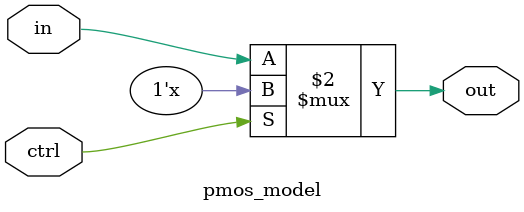
<source format=v>
module non_synth_circuits(input mux_in0, mux_in1, mux_sel,
     		              output mux_out_rtl, mux_out_passgate,mux_out_remodeled);  
   
    assign mux_out_rtl = mux_sel ? mux_in1 : mux_in0;

	// non-synthesizable passgate implementation
`ifdef SIM
    nmos p0 (mux_out_passgate,mux_in0, ~mux_sel);    
    pmos p1 (mux_out_passgate,mux_in0, mux_sel);        

    nmos p2 (mux_out_passgate,mux_in1, mux_sel);    
    pmos p3 (mux_out_passgate,mux_in1, ~mux_sel);        
`endif

	// implementation using remodelled transistors
    nmos_model p4 (mux_out_remodeled,mux_in0, ~mux_sel);    
    pmos_model p5 (mux_out_remodeled,mux_in0, mux_sel);        

    nmos_model p6 (mux_out_remodeled,mux_in1, mux_sel);    
    pmos_model p7 (mux_out_remodeled,mux_in1, ~mux_sel);        
       
endmodule // non_synth_circuits


module nmos_model(output out,input in,ctrl);

    assign out = ctrl ? in : 1'bz;

endmodule

module pmos_model(output out,input in,ctrl);

    assign out = ~ctrl ? in : 1'bz;

endmodule
</source>
